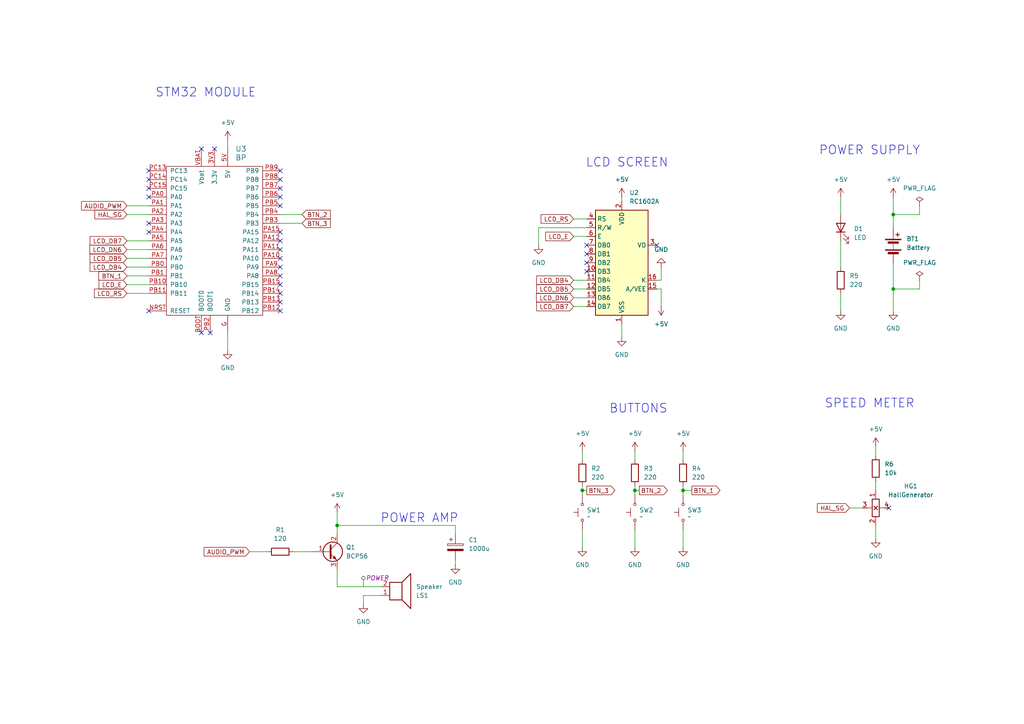
<source format=kicad_sch>
(kicad_sch (version 20231120) (generator "eeschema") (generator_version "8.0")
  (paper "A4")
  (lib_symbols
    (symbol "Device:Battery" (pin_numbers hide) (pin_names (offset 0) hide)
      (property "Reference" "BT" (at 2.54 2.54 0))
      (property "Value" "Battery" (at 2.54 0 0))
      (symbol "Battery_0_1"
        (rectangle (start -2.286 -1.27) (end 2.286 -1.524) (fill (type outline)))
        (rectangle (start -2.286 1.778) (end 2.286 1.524) (fill (type outline)))
        (rectangle (start -1.524 -2.032) (end 1.524 -2.54) (fill (type outline)))
        (rectangle (start -1.524 1.016) (end 1.524 0.508) (fill (type outline)))
        (polyline (pts (xy 0 -1.016) (xy 0 -0.762)))
        (polyline (pts (xy 0 -0.508) (xy 0 -0.254)))
        (polyline (pts (xy 0 0) (xy 0 0.254)))
        (polyline (pts (xy 0 1.778) (xy 0 2.54)))
        (polyline (pts (xy 0.762 3.048) (xy 1.778 3.048)) (stroke (width 0.254)))
        (polyline (pts (xy 1.27 3.556) (xy 1.27 2.54)) (stroke (width 0.254)))
      )
      (symbol "Battery_1_1"
        (pin passive line (at 0 5.08 270) (length 2.54) (name "+") (number "1"))
        (pin passive line (at 0 -5.08 90) (length 2.54) (name "-") (number "2"))
      )
    )
    (symbol "Device:C_Polarized" (pin_numbers hide) (pin_names (offset 0.254))
      (property "Reference" "C" (at 0.635 2.54 0))
      (property "Value" "C_Polarized" (at 0.635 -2.54 0))
      (symbol "C_Polarized_0_1"
        (rectangle (start -2.286 0.508) (end 2.286 1.016))
        (polyline (pts (xy -1.778 2.286) (xy -0.762 2.286)))
        (polyline (pts (xy -1.27 2.794) (xy -1.27 1.778)))
        (rectangle (start 2.286 -0.508) (end -2.286 -1.016) (fill (type outline)))
      )
      (symbol "C_Polarized_1_1"
        (pin passive line (at 0 3.81 270) (length 2.794) (name "~") (number "1"))
        (pin passive line (at 0 -3.81 90) (length 2.794) (name "~") (number "2"))
      )
    )
    (symbol "Device:HallGenerator" (pin_names (offset 0) hide)
      (property "Reference" "HG" (at 2.54 4.445 0))
      (property "Value" "HallGenerator" (at 2.54 2.54 0))
      (symbol "HallGenerator_0_1"
        (rectangle (start -1.016 2.54) (end 1.016 -2.54) (stroke (width 0.254)))
        (polyline (pts (xy -1.016 0) (xy -2.54 0)))
        (polyline (pts (xy -0.508 -0.508) (xy 0.508 0.508)) (stroke (width 0.254)))
        (polyline (pts (xy -0.508 0.508) (xy 0.508 -0.508)) (stroke (width 0.254)))
        (polyline (pts (xy 1.016 0) (xy 2.54 0)))
      )
      (symbol "HallGenerator_1_1"
        (pin passive line (at 0 5.08 270) (length 2.54) (name "U1") (number "1"))
        (pin passive line (at 0 -5.08 90) (length 2.54) (name "U2") (number "2"))
        (pin passive line (at -3.81 0 0) (length 1.27) (name "UH1") (number "3"))
        (pin passive line (at 3.81 0 180) (length 1.27) (name "UH2") (number "4"))
      )
    )
    (symbol "Device:LED" (pin_numbers hide) (pin_names (offset 1.016) hide)
      (property "Reference" "D" (at 0 2.54 0))
      (property "Value" "LED" (at 0 -2.54 0))
      (symbol "LED_0_1"
        (polyline (pts (xy -1.27 -1.27) (xy -1.27 1.27)) (stroke (width 0.254)))
        (polyline (pts (xy -1.27 0) (xy 1.27 0)))
        (polyline (pts (xy 1.27 -1.27) (xy 1.27 1.27) (xy -1.27 0) (xy 1.27 -1.27)) (stroke (width 0.254)))
        (polyline (pts (xy -3.048 -0.762) (xy -4.572 -2.286) (xy -3.81 -2.286) (xy -4.572 -2.286) (xy -4.572 -1.524)))
        (polyline (pts (xy -1.778 -0.762) (xy -3.302 -2.286) (xy -2.54 -2.286) (xy -3.302 -2.286) (xy -3.302 -1.524)))
      )
      (symbol "LED_1_1"
        (pin passive line (at -3.81 0 0) (length 2.54) (name "K") (number "1"))
        (pin passive line (at 3.81 0 180) (length 2.54) (name "A") (number "2"))
      )
    )
    (symbol "Device:R" (pin_numbers hide) (pin_names (offset 0))
      (property "Reference" "R" (at 2.032 0 90))
      (property "Value" "R" (at 0 0 90))
      (symbol "R_0_1"
        (rectangle (start -1.016 -2.54) (end 1.016 2.54) (stroke (width 0.254)))
      )
      (symbol "R_1_1"
        (pin passive line (at 0 3.81 270) (length 1.27) (name "~") (number "1"))
        (pin passive line (at 0 -3.81 90) (length 1.27) (name "~") (number "2"))
      )
    )
    (symbol "Device:Speaker" (pin_names (offset 0) hide)
      (property "Reference" "LS" (at 1.27 5.715 0))
      (property "Value" "Speaker" (at 1.27 3.81 0))
      (symbol "Speaker_0_0"
        (rectangle (start -2.54 1.27) (end 1.016 -3.81) (stroke (width 0.254)))
        (polyline (pts (xy 1.016 1.27) (xy 3.556 3.81) (xy 3.556 -6.35) (xy 1.016 -3.81)) (stroke (width 0.254)))
      )
      (symbol "Speaker_1_1"
        (pin input line (at -5.08 0 0) (length 2.54) (name "1") (number "1"))
        (pin input line (at -5.08 -2.54 0) (length 2.54) (name "2") (number "2"))
      )
    )
    (symbol "Display_Character:RC1602A"
      (property "Reference" "U" (at -6.35 16.51 0))
      (property "Value" "RC1602A" (at 2.794 16.51 0))
      (symbol "RC1602A_0_1"
        (rectangle (start -7.62 15.24) (end 7.62 -15.24) (stroke (width 0.254)) (fill (type background)))
      )
      (symbol "RC1602A_1_1"
        (pin power_in line (at 0 -17.78 90) (length 2.54) (name "VSS") (number "1"))
        (pin bidirectional line (at -10.16 -2.54 0) (length 2.54) (name "DB3") (number "10"))
        (pin bidirectional line (at -10.16 -5.08 0) (length 2.54) (name "DB4") (number "11"))
        (pin bidirectional line (at -10.16 -7.62 0) (length 2.54) (name "DB5") (number "12"))
        (pin bidirectional line (at -10.16 -10.16 0) (length 2.54) (name "DB6") (number "13"))
        (pin bidirectional line (at -10.16 -12.7 0) (length 2.54) (name "DB7") (number "14"))
        (pin power_in line (at 10.16 -7.62 180) (length 2.54) (name "A/VEE") (number "15"))
        (pin power_in line (at 10.16 -5.08 180) (length 2.54) (name "K") (number "16"))
        (pin power_in line (at 0 17.78 270) (length 2.54) (name "VDD") (number "2"))
        (pin power_in line (at 10.16 5.08 180) (length 2.54) (name "VO") (number "3"))
        (pin input line (at -10.16 12.7 0) (length 2.54) (name "RS") (number "4"))
        (pin input line (at -10.16 10.16 0) (length 2.54) (name "R/W") (number "5"))
        (pin input line (at -10.16 7.62 0) (length 2.54) (name "E") (number "6"))
        (pin bidirectional line (at -10.16 5.08 0) (length 2.54) (name "DB0") (number "7"))
        (pin bidirectional line (at -10.16 2.54 0) (length 2.54) (name "DB1") (number "8"))
        (pin bidirectional line (at -10.16 0 0) (length 2.54) (name "DB2") (number "9"))
      )
    )
    (symbol "STM32_Bluepill:BP" (pin_names (offset 1.016))
      (property "Reference" "U" (at -12.7 22.86 0))
      (property "Value" "BP" (at 7.62 -24.13 0))
      (symbol "BP_0_1"
        (rectangle (start -13.97 21.59) (end 13.97 -21.59))
      )
      (symbol "BP_1_1"
        (pin power_out line (at 0 26.67 270) (length 5.08) (name "3.3V") (number "3V3"))
        (pin power_out line (at 3.81 26.67 270) (length 5.08) (name "5V") (number "5V"))
        (pin input line (at -3.81 -26.67 90) (length 5.08) (name "BOOT0") (number "BOOT"))
        (pin power_out line (at 3.81 -26.67 90) (length 5.08) (name "GND") (number "G"))
        (pin input line (at -19.05 -20.32 0) (length 5.08) (name "RESET") (number "NRST"))
        (pin bidirectional line (at -19.05 12.7 0) (length 5.08) (name "PA0") (number "PA0"))
        (pin bidirectional line (at -19.05 10.16 0) (length 5.08) (name "PA1") (number "PA1"))
        (pin bidirectional line (at 19.05 -5.08 180) (length 5.08) (name "PA10") (number "PA10"))
        (pin bidirectional line (at 19.05 -2.54 180) (length 5.08) (name "PA11") (number "PA11"))
        (pin bidirectional line (at 19.05 0 180) (length 5.08) (name "PA12") (number "PA12"))
        (pin bidirectional line (at 19.05 2.54 180) (length 5.08) (name "PA15") (number "PA15"))
        (pin bidirectional line (at -19.05 7.62 0) (length 5.08) (name "PA2") (number "PA2"))
        (pin bidirectional line (at -19.05 5.08 0) (length 5.08) (name "PA3") (number "PA3"))
        (pin bidirectional line (at -19.05 2.54 0) (length 5.08) (name "PA4") (number "PA4"))
        (pin bidirectional line (at -19.05 0 0) (length 5.08) (name "PA5") (number "PA5"))
        (pin bidirectional line (at -19.05 -2.54 0) (length 5.08) (name "PA6") (number "PA6"))
        (pin bidirectional line (at -19.05 -5.08 0) (length 5.08) (name "PA7") (number "PA7"))
        (pin bidirectional line (at 19.05 -10.16 180) (length 5.08) (name "PA8") (number "PA8"))
        (pin bidirectional line (at 19.05 -7.62 180) (length 5.08) (name "PA9") (number "PA9"))
        (pin bidirectional line (at -19.05 -7.62 0) (length 5.08) (name "PB0") (number "PB0"))
        (pin bidirectional line (at -19.05 -10.16 0) (length 5.08) (name "PB1") (number "PB1"))
        (pin bidirectional line (at -19.05 -12.7 0) (length 5.08) (name "PB10") (number "PB10"))
        (pin bidirectional line (at -19.05 -15.24 0) (length 5.08) (name "PB11") (number "PB11"))
        (pin bidirectional line (at 19.05 -20.32 180) (length 5.08) (name "PB12") (number "PB12"))
        (pin bidirectional line (at 19.05 -17.78 180) (length 5.08) (name "PB13") (number "PB13"))
        (pin bidirectional line (at 19.05 -15.24 180) (length 5.08) (name "PB14") (number "PB14"))
        (pin bidirectional line (at 19.05 -12.7 180) (length 5.08) (name "PB15") (number "PB15"))
        (pin input line (at -1.27 -26.67 90) (length 5.08) (name "BOOT1") (number "PB2"))
        (pin bidirectional line (at 19.05 5.08 180) (length 5.08) (name "PB3") (number "PB3"))
        (pin bidirectional line (at 19.05 7.62 180) (length 5.08) (name "PB4") (number "PB4"))
        (pin bidirectional line (at 19.05 10.16 180) (length 5.08) (name "PB5") (number "PB5"))
        (pin bidirectional line (at 19.05 12.7 180) (length 5.08) (name "PB6") (number "PB6"))
        (pin bidirectional line (at 19.05 15.24 180) (length 5.08) (name "PB7") (number "PB7"))
        (pin bidirectional line (at 19.05 17.78 180) (length 5.08) (name "PB8") (number "PB8"))
        (pin bidirectional line (at 19.05 20.32 180) (length 5.08) (name "PB9") (number "PB9"))
        (pin bidirectional line (at -19.05 20.32 0) (length 5.08) (name "PC13") (number "PC13"))
        (pin bidirectional line (at -19.05 17.78 0) (length 5.08) (name "PC14") (number "PC14"))
        (pin bidirectional line (at -19.05 15.24 0) (length 5.08) (name "PC15") (number "PC15"))
        (pin power_in line (at -3.81 26.67 270) (length 5.08) (name "Vbat") (number "VBAT"))
      )
    )
    (symbol "Transistor_BJT:BCP56" (pin_names (offset 0) hide)
      (property "Reference" "Q1" (at 5.08 1.2701 0))
      (property "Value" "BCP56" (at 5.08 -1.2699 0))
      (symbol "BCP56_0_1"
        (polyline (pts (xy 0.635 0.635) (xy 2.54 2.54)))
        (polyline (pts (xy 0.635 -0.635) (xy 2.54 -2.54) (xy 2.54 -2.54)))
        (polyline (pts (xy 0.635 1.905) (xy 0.635 -1.905) (xy 0.635 -1.905)) (stroke (width 0.508)))
        (polyline (pts (xy 1.27 -1.778) (xy 1.778 -1.27) (xy 2.286 -2.286) (xy 1.27 -1.778) (xy 1.27 -1.778)) (fill (type outline)))
        (circle (center 1.27 0) (radius 2.8194) (stroke (width 0.254)))
      )
      (symbol "BCP56_1_1"
        (pin input line (at -5.08 0 0) (length 5.715) (name "B") (number "1"))
        (pin passive line (at 2.54 5.08 270) (length 2.54) (name "C") (number "2"))
        (pin passive line (at 2.54 -5.08 90) (length 2.54) (name "E") (number "3"))
      )
    )
    (symbol "kurs_pcb1_sym:SWITCH" (pin_numbers hide) (pin_names hide)
      (property "Reference" "SW" (at 0.254 2.54 0))
      (symbol "SWITCH_0_1"
        (circle (center -2.286 0) (radius 0.3592))
        (polyline (pts (xy -1.27 1.27) (xy 1.27 1.27)))
        (polyline (pts (xy 0 1.27) (xy 0 2.54) (xy 0 1.27)))
        (circle (center 2.286 0) (radius 0.3592))
      )
      (symbol "SWITCH_1_1"
        (pin passive line (at -5.08 0 0) (length 2.54) (name "A") (number "1"))
        (pin passive line (at 5.08 0 180) (length 2.54) (name "B") (number "2"))
      )
    )
    (symbol "power:+5V" (power) (pin_numbers hide) (pin_names (offset 0) hide)
      (property "Value" "+5V" (at 0 3.556 0))
      (symbol "+5V_0_1"
        (polyline (pts (xy -0.762 1.27) (xy 0 2.54)))
        (polyline (pts (xy 0 0) (xy 0 2.54)))
        (polyline (pts (xy 0 2.54) (xy 0.762 1.27)))
      )
      (symbol "+5V_1_1"
        (pin power_in line (at 0 0 90) (length 0) (name "~") (number "1"))
      )
    )
    (symbol "power:GND" (power) (pin_numbers hide) (pin_names (offset 0) hide)
      (property "Value" "GND" (at 0 -3.81 0))
      (symbol "GND_0_1"
        (polyline (pts (xy 0 0) (xy 0 -1.27) (xy 1.27 -1.27) (xy 0 -2.54) (xy -1.27 -1.27) (xy 0 -1.27)))
      )
      (symbol "GND_1_1"
        (pin power_in line (at 0 0 270) (length 0) (name "~") (number "1"))
      )
    )
    (symbol "power:PWR_FLAG" (power) (pin_numbers hide) (pin_names (offset 0) hide)
      (property "Value" "PWR_FLAG" (at 0 3.81 0))
      (symbol "PWR_FLAG_0_0"
        (pin power_out line (at 0 0 90) (length 0) (name "~") (number "1"))
      )
      (symbol "PWR_FLAG_0_1"
        (polyline (pts (xy 0 0) (xy 0 1.27) (xy -1.016 1.905) (xy 0 2.54) (xy 1.016 1.905) (xy 0 1.27)))
      )
    )
  )
  (junction (at 168.91 142.24))
  (junction (at 259.08 62.23))
  (junction (at 97.79 152.4))
  (junction (at 259.08 83.82))
  (junction (at 198.12 142.24))
  (junction (at 184.15 142.24))
  (no_connect (at 60.96 96.52))
  (no_connect (at 81.28 82.55))
  (no_connect (at 81.28 67.31))
  (no_connect (at 170.18 78.74))
  (no_connect (at 58.42 96.52))
  (no_connect (at 43.18 49.53))
  (no_connect (at 81.28 69.85))
  (no_connect (at 43.18 52.07))
  (no_connect (at 81.28 54.61))
  (no_connect (at 43.18 64.77))
  (no_connect (at 170.18 76.2))
  (no_connect (at 257.81 147.32))
  (no_connect (at 62.23 43.18))
  (no_connect (at 170.18 71.12))
  (no_connect (at 81.28 85.09))
  (no_connect (at 43.18 54.61))
  (no_connect (at 81.28 80.01))
  (no_connect (at 43.18 67.31))
  (no_connect (at 190.5 71.12))
  (no_connect (at 43.18 90.17))
  (no_connect (at 81.28 72.39))
  (no_connect (at 81.28 77.47))
  (no_connect (at 170.18 73.66))
  (no_connect (at 81.28 52.07))
  (no_connect (at 81.28 59.69))
  (no_connect (at 81.28 74.93))
  (no_connect (at 58.42 43.18))
  (no_connect (at 43.18 57.15))
  (no_connect (at 81.28 90.17))
  (no_connect (at 81.28 87.63))
  (no_connect (at 81.28 49.53))
  (no_connect (at 81.28 57.15))
  (wire (pts (xy 198.12 153.67) (xy 198.12 158.75)))
  (wire (pts (xy 36.83 62.23) (xy 43.18 62.23)))
  (wire (pts (xy 85.09 160.02) (xy 90.17 160.02)))
  (wire (pts (xy 180.34 58.42) (xy 180.34 57.15)))
  (wire (pts (xy 132.08 152.4) (xy 97.79 152.4)))
  (wire (pts (xy 36.83 77.47) (xy 43.18 77.47)))
  (wire (pts (xy 180.34 93.98) (xy 180.34 97.79)))
  (wire (pts (xy 184.15 142.24) (xy 185.42 142.24)))
  (wire (pts (xy 87.63 62.23) (xy 81.28 62.23)))
  (wire (pts (xy 191.77 83.82) (xy 191.77 88.9)))
  (wire (pts (xy 190.5 83.82) (xy 191.77 83.82)))
  (wire (pts (xy 243.84 85.09) (xy 243.84 90.17)))
  (wire (pts (xy 36.83 74.93) (xy 43.18 74.93)))
  (wire (pts (xy 168.91 130.81) (xy 168.91 133.35)))
  (wire (pts (xy 259.08 76.2) (xy 259.08 83.82)))
  (wire (pts (xy 266.7 81.28) (xy 266.7 83.82)))
  (wire (pts (xy 259.08 57.15) (xy 259.08 62.23)))
  (wire (pts (xy 166.37 86.36) (xy 170.18 86.36)))
  (wire (pts (xy 66.04 96.52) (xy 66.04 101.6)))
  (wire (pts (xy 168.91 142.24) (xy 170.18 142.24)))
  (wire (pts (xy 243.84 57.15) (xy 243.84 62.23)))
  (wire (pts (xy 166.37 88.9) (xy 170.18 88.9)))
  (wire (pts (xy 254 152.4) (xy 254 156.21)))
  (wire (pts (xy 168.91 142.24) (xy 168.91 143.51)))
  (wire (pts (xy 166.37 68.58) (xy 170.18 68.58)))
  (wire (pts (xy 254 139.7) (xy 254 142.24)))
  (wire (pts (xy 259.08 62.23) (xy 259.08 66.04)))
  (wire (pts (xy 184.15 142.24) (xy 184.15 143.51)))
  (wire (pts (xy 170.18 66.04) (xy 156.21 66.04)))
  (wire (pts (xy 259.08 83.82) (xy 266.7 83.82)))
  (wire (pts (xy 254 129.54) (xy 254 132.08)))
  (wire (pts (xy 259.08 83.82) (xy 259.08 90.17)))
  (wire (pts (xy 132.08 162.56) (xy 132.08 163.83)))
  (wire (pts (xy 168.91 140.97) (xy 168.91 142.24)))
  (wire (pts (xy 166.37 81.28) (xy 170.18 81.28)))
  (wire (pts (xy 168.91 153.67) (xy 168.91 158.75)))
  (wire (pts (xy 184.15 130.81) (xy 184.15 133.35)))
  (wire (pts (xy 97.79 165.1) (xy 97.79 170.18)))
  (wire (pts (xy 36.83 82.55) (xy 43.18 82.55)))
  (wire (pts (xy 36.83 85.09) (xy 43.18 85.09)))
  (wire (pts (xy 166.37 83.82) (xy 170.18 83.82)))
  (wire (pts (xy 156.21 66.04) (xy 156.21 71.12)))
  (wire (pts (xy 105.41 172.72) (xy 105.41 175.26)))
  (wire (pts (xy 184.15 140.97) (xy 184.15 142.24)))
  (wire (pts (xy 110.49 172.72) (xy 105.41 172.72)))
  (wire (pts (xy 191.77 81.28) (xy 191.77 77.47)))
  (wire (pts (xy 246.38 147.32) (xy 250.19 147.32)))
  (wire (pts (xy 97.79 152.4) (xy 97.79 154.94)))
  (wire (pts (xy 198.12 142.24) (xy 200.66 142.24)))
  (wire (pts (xy 198.12 130.81) (xy 198.12 133.35)))
  (wire (pts (xy 36.83 69.85) (xy 43.18 69.85)))
  (wire (pts (xy 66.04 40.64) (xy 66.04 43.18)))
  (wire (pts (xy 198.12 142.24) (xy 198.12 143.51)))
  (wire (pts (xy 184.15 153.67) (xy 184.15 158.75)))
  (wire (pts (xy 243.84 69.85) (xy 243.84 77.47)))
  (wire (pts (xy 36.83 59.69) (xy 43.18 59.69)))
  (wire (pts (xy 81.28 64.77) (xy 87.63 64.77)))
  (wire (pts (xy 259.08 62.23) (xy 266.7 62.23)))
  (wire (pts (xy 36.83 72.39) (xy 43.18 72.39)))
  (wire (pts (xy 132.08 152.4) (xy 132.08 154.94)))
  (wire (pts (xy 198.12 140.97) (xy 198.12 142.24)))
  (wire (pts (xy 97.79 170.18) (xy 110.49 170.18)))
  (wire (pts (xy 97.79 148.59) (xy 97.79 152.4)))
  (wire (pts (xy 190.5 81.28) (xy 191.77 81.28)))
  (wire (pts (xy 72.39 160.02) (xy 77.47 160.02)))
  (wire (pts (xy 36.83 80.01) (xy 43.18 80.01)))
  (wire (pts (xy 166.37 63.5) (xy 170.18 63.5)))
  (wire (pts (xy 266.7 59.69) (xy 266.7 62.23)))
  (text "POWER AMP\n" (at 121.666 150.368 0) (effects (font (size 2.54 2.54))))
  (text "POWER SUPPLY" (at 252.222 43.688 0) (effects (font (size 2.54 2.54))))
  (text "BUTTONS\n\n" (at 185.166 120.65 0) (effects (font (size 2.54 2.54))))
  (text "LCD SCREEN" (at 181.864 47.244 0) (effects (font (size 2.54 2.54))))
  (text "STM32 MODULE" (at 59.69 26.924 0) (effects (font (size 2.54 2.54))))
  (text "SPEED METER\n" (at 252.222 117.094 0) (effects (font (size 2.54 2.54))))
  (global_label "AUDIO_PWM" (shape input) (at 72.39 160.02 180) (property "Intersheetrefs" "${INTERSHEET_REFS}" (effects (hide yes))))
  (global_label "LCD_DN6" (shape input) (at 36.83 72.39 180) (property "Intersheetrefs" "${INTERSHEET_REFS}" (effects (hide yes))))
  (global_label "LCD_DB4" (shape input) (at 36.83 77.47 180) (property "Intersheetrefs" "${INTERSHEET_REFS}" (effects (hide yes))))
  (global_label "LCD_DB4" (shape input) (at 166.37 81.28 180) (property "Intersheetrefs" "${INTERSHEET_REFS}" (effects (hide yes))))
  (global_label "HAL_SG" (shape input) (at 246.38 147.32 180) (property "Intersheetrefs" "${INTERSHEET_REFS}" (effects (hide yes))))
  (global_label "BTN_2" (shape output) (at 185.42 142.24 0) (property "Intersheetrefs" "${INTERSHEET_REFS}" (effects (hide yes))))
  (global_label "BTN_1" (shape input) (at 36.83 80.01 180) (property "Intersheetrefs" "${INTERSHEET_REFS}" (effects (hide yes))))
  (global_label "HAL_SG" (shape input) (at 36.83 62.23 180) (property "Intersheetrefs" "${INTERSHEET_REFS}" (effects (hide yes))))
  (global_label "LCD_DB5" (shape input) (at 36.83 74.93 180) (property "Intersheetrefs" "${INTERSHEET_REFS}" (effects (hide yes))))
  (global_label "LCD_DB7" (shape input) (at 36.83 69.85 180) (property "Intersheetrefs" "${INTERSHEET_REFS}" (effects (hide yes))))
  (global_label "AUDIO_PWM" (shape input) (at 36.83 59.69 180) (property "Intersheetrefs" "${INTERSHEET_REFS}" (effects (hide yes))))
  (global_label "LCD_DN6" (shape input) (at 166.37 86.36 180) (property "Intersheetrefs" "${INTERSHEET_REFS}" (effects (hide yes))))
  (global_label "LCD_RS" (shape input) (at 36.83 85.09 180) (property "Intersheetrefs" "${INTERSHEET_REFS}" (effects (hide yes))))
  (global_label "BTN_2" (shape input) (at 87.63 62.23 0) (property "Intersheetrefs" "${INTERSHEET_REFS}" (effects (hide yes))))
  (global_label "BTN_3" (shape input) (at 87.63 64.77 0) (property "Intersheetrefs" "${INTERSHEET_REFS}" (effects (hide yes))))
  (global_label "LCD_DB5" (shape input) (at 166.37 83.82 180) (property "Intersheetrefs" "${INTERSHEET_REFS}" (effects (hide yes))))
  (global_label "LCD_RS" (shape input) (at 166.37 63.5 180) (property "Intersheetrefs" "${INTERSHEET_REFS}" (effects (hide yes))))
  (global_label "LCD_E" (shape input) (at 36.83 82.55 180) (property "Intersheetrefs" "${INTERSHEET_REFS}" (effects (hide yes))))
  (global_label "LCD_E" (shape input) (at 166.37 68.58 180) (property "Intersheetrefs" "${INTERSHEET_REFS}" (effects (hide yes))))
  (global_label "BTN_1" (shape output) (at 200.66 142.24 0) (property "Intersheetrefs" "${INTERSHEET_REFS}" (effects (hide yes))))
  (global_label "LCD_DB7" (shape input) (at 166.37 88.9 180) (property "Intersheetrefs" "${INTERSHEET_REFS}" (effects (hide yes))))
  (global_label "BTN_3" (shape output) (at 170.18 142.24 0) (property "Intersheetrefs" "${INTERSHEET_REFS}" (effects (hide yes))))
  (netclass_flag "" (length 2.54) (shape round) (at 105.41 170.18 0) (property "Netclass" "POWER" (at 106.1085 167.64 0) (effects (font (italic yes)) (justify left))))
  (symbol (lib_id "Device:R") (at 254 135.89 0) (unit 1)
    (property "Reference" "R6" (at 256.54 134.6199 0) (effects (justify left)))
    (property "Value" "10k" (at 256.54 137.1599 0) (effects (justify left)))
    (property "Footprint" "Resistor_SMD:R_0805_2012Metric_Pad1.20x1.40mm_HandSolder" (effects (hide yes)))
    (property "Description" "Resistor" (effects (hide yes)))
  )
  (symbol (lib_id "power:+5V") (at 243.84 57.15 0) (unit 1)
    (property "Reference" "#PWR017" (effects (hide yes)))
    (property "Value" "+5V" (at 243.84 52.07 0))
    (property "Description" "Power symbol creates a global label with name \"+5V\"" (effects (hide yes)))
  )
  (symbol (lib_id "power:+5V") (at 180.34 57.15 0) (unit 1)
    (property "Reference" "#PWR09" (effects (hide yes)))
    (property "Value" "+5V" (at 180.34 52.07 0))
    (property "Description" "Power symbol creates a global label with name \"+5V\"" (effects (hide yes)))
  )
  (symbol (lib_id "power:GND") (at 243.84 90.17 0) (unit 1)
    (property "Reference" "#PWR018" (effects (hide yes)))
    (property "Value" "GND" (at 243.84 95.25 0))
    (property "Description" "Power symbol creates a global label with name \"GND\" , ground" (effects (hide yes)))
  )
  (symbol (lib_id "power:GND") (at 184.15 158.75 0) (unit 1)
    (property "Reference" "#PWR012" (effects (hide yes)))
    (property "Value" "GND" (at 184.15 163.83 0))
    (property "Description" "Power symbol creates a global label with name \"GND\" , ground" (effects (hide yes)))
  )
  (symbol (lib_id "Device:R") (at 81.28 160.02 90) (unit 1)
    (property "Reference" "R1" (at 81.28 153.67 90))
    (property "Value" "120" (at 81.28 156.21 90))
    (property "Footprint" "Resistor_SMD:R_0805_2012Metric_Pad1.20x1.40mm_HandSolder" (effects (hide yes)))
    (property "Description" "Resistor" (effects (hide yes)))
  )
  (symbol (lib_id "kurs_pcb1_sym:SWITCH") (at 168.91 148.59 90) (unit 1)
    (property "Reference" "SW1" (at 170.18 147.9549 90) (effects (justify right)))
    (property "Value" "~" (at 170.18 149.86 90) (effects (justify right)))
    (property "Footprint" "Button_Switch_THT:SW_PUSH_6mm_H8mm" (effects (hide yes)))
  )
  (symbol (lib_id "power:GND") (at 259.08 90.17 0) (unit 1)
    (property "Reference" "#PWR022" (effects (hide yes)))
    (property "Value" "GND" (at 259.08 95.25 0))
    (property "Description" "Power symbol creates a global label with name \"GND\" , ground" (effects (hide yes)))
  )
  (symbol (lib_id "power:GND") (at 156.21 71.12 0) (unit 1)
    (property "Reference" "#PWR06" (effects (hide yes)))
    (property "Value" "GND" (at 156.21 76.2 0))
    (property "Description" "Power symbol creates a global label with name \"GND\" , ground" (effects (hide yes)))
  )
  (symbol (lib_id "Device:Speaker") (at 115.57 172.72 0) (mirror x) (unit 1)
    (property "Reference" "LS1" (at 120.65 172.7201 0) (effects (justify left)))
    (property "Value" "Speaker" (at 120.65 170.1801 0) (effects (justify left)))
    (property "Footprint" "TerminalBlock:TerminalBlock_Altech_AK300-2_P5.00mm" (effects (hide yes)))
    (property "Description" "Speaker" (effects (hide yes)))
  )
  (symbol (lib_id "power:PWR_FLAG") (at 266.7 81.28 0) (unit 1)
    (property "Reference" "#FLG02" (effects (hide yes)))
    (property "Value" "PWR_FLAG" (at 266.7 76.2 0))
    (property "Description" "Special symbol for telling ERC where power comes from" (effects (hide yes)))
  )
  (symbol (lib_id "power:+5V") (at 97.79 148.59 0) (unit 1)
    (property "Reference" "#PWR03" (effects (hide yes)))
    (property "Value" "+5V" (at 97.79 143.51 0))
    (property "Description" "Power symbol creates a global label with name \"+5V\"" (effects (hide yes)))
  )
  (symbol (lib_id "Transistor_BJT:BCP56") (at 95.25 160.02 0) (unit 1)
    (property "Reference" "Q1" (at 100.33 158.7499 0) (effects (justify left)))
    (property "Value" "BCP56" (at 100.33 161.2899 0) (effects (justify left)))
    (property "Footprint" "Package_TO_SOT_SMD:SOT-223-3_TabPin2" (effects (hide yes)))
    (property "Datasheet" "https://www.nxp.com/docs/en/data-sheet/BCP56_BCX56_BC56PA.pdf" (effects (hide yes)))
    (property "Description" "1A Ic, 80V Vce, NPN Medium Power Transistor, SOT-223" (effects (hide yes)))
  )
  (symbol (lib_id "power:PWR_FLAG") (at 266.7 59.69 0) (unit 1)
    (property "Reference" "#FLG01" (effects (hide yes)))
    (property "Value" "PWR_FLAG" (at 266.7 54.61 0))
    (property "Description" "Special symbol for telling ERC where power comes from" (effects (hide yes)))
  )
  (symbol (lib_id "power:GND") (at 105.41 175.26 0) (unit 1)
    (property "Reference" "#PWR04" (effects (hide yes)))
    (property "Value" "GND" (at 105.41 180.34 0))
    (property "Description" "Power symbol creates a global label with name \"GND\" , ground" (effects (hide yes)))
  )
  (symbol (lib_id "Device:R") (at 198.12 137.16 0) (unit 1)
    (property "Reference" "R4" (at 200.66 135.8899 0) (effects (justify left)))
    (property "Value" "220" (at 200.66 138.4299 0) (effects (justify left)))
    (property "Footprint" "Resistor_SMD:R_0805_2012Metric_Pad1.20x1.40mm_HandSolder" (effects (hide yes)))
    (property "Description" "Resistor" (effects (hide yes)))
  )
  (symbol (lib_id "power:GND") (at 191.77 77.47 180) (unit 1)
    (property "Reference" "#PWR013" (effects (hide yes)))
    (property "Value" "GND" (at 191.77 72.39 0))
    (property "Description" "Power symbol creates a global label with name \"GND\" , ground" (effects (hide yes)))
  )
  (symbol (lib_id "kurs_pcb1_sym:SWITCH") (at 198.12 148.59 90) (unit 1)
    (property "Reference" "SW3" (at 199.39 147.9549 90) (effects (justify right)))
    (property "Value" "~" (at 199.39 149.86 90) (effects (justify right)))
    (property "Footprint" "Button_Switch_THT:SW_PUSH_6mm_H5mm" (effects (hide yes)))
  )
  (symbol (lib_id "power:GND") (at 180.34 97.79 0) (unit 1)
    (property "Reference" "#PWR010" (effects (hide yes)))
    (property "Value" "GND" (at 180.34 102.87 0))
    (property "Description" "Power symbol creates a global label with name \"GND\" , ground" (effects (hide yes)))
  )
  (symbol (lib_id "Device:Battery") (at 259.08 71.12 0) (unit 1)
    (property "Reference" "BT1" (at 262.89 69.2784 0) (effects (justify left)))
    (property "Value" "Battery" (at 262.89 71.8184 0) (effects (justify left)))
    (property "Footprint" "TerminalBlock:TerminalBlock_Altech_AK300-2_P5.00mm" (effects (hide yes)))
    (property "Description" "Multiple-cell battery" (effects (hide yes)))
  )
  (symbol (lib_id "power:GND") (at 198.12 158.75 0) (unit 1)
    (property "Reference" "#PWR016" (effects (hide yes)))
    (property "Value" "GND" (at 198.12 163.83 0))
    (property "Description" "Power symbol creates a global label with name \"GND\" , ground" (effects (hide yes)))
  )
  (symbol (lib_id "Device:R") (at 184.15 137.16 0) (unit 1)
    (property "Reference" "R3" (at 186.69 135.8899 0) (effects (justify left)))
    (property "Value" "220" (at 186.69 138.4299 0) (effects (justify left)))
    (property "Footprint" "Resistor_SMD:R_0805_2012Metric_Pad1.20x1.40mm_HandSolder" (effects (hide yes)))
    (property "Description" "Resistor" (effects (hide yes)))
  )
  (symbol (lib_id "STM32_Bluepill:BP") (at 62.23 69.85 0) (unit 1)
    (property "Reference" "U3" (at 68.2341 43.18 0) (effects (font (size 1.524 1.524)) (justify left)))
    (property "Value" "BP" (at 68.2341 45.72 0) (effects (font (size 1.524 1.524)) (justify left)))
    (property "Footprint" "blue-pill-kicad-master:blue_pill" (effects (hide yes)))
    (property "Datasheet" "https://www.electronicshub.org/getting-started-with-stm32f103c8t6-blue-pill/" (effects (hide yes)))
  )
  (symbol (lib_id "Device:HallGenerator") (at 254 147.32 0) (unit 1)
    (property "Reference" "HG1" (at 264.16 141.0014 0))
    (property "Value" "HallGenerator" (at 264.16 143.5414 0))
    (property "Footprint" "Package_TO_SOT_THT:TO-92Flat" (effects (hide yes)))
    (property "Description" "Hall effect generator" (effects (hide yes)))
  )
  (symbol (lib_id "power:+5V") (at 184.15 130.81 0) (unit 1)
    (property "Reference" "#PWR011" (effects (hide yes)))
    (property "Value" "+5V" (at 184.15 125.73 0))
    (property "Description" "Power symbol creates a global label with name \"+5V\"" (effects (hide yes)))
  )
  (symbol (lib_id "Device:R") (at 243.84 81.28 0) (unit 1)
    (property "Reference" "R5" (at 246.38 80.0099 0) (effects (justify left)))
    (property "Value" "220" (at 246.38 82.5499 0) (effects (justify left)))
    (property "Footprint" "Resistor_SMD:R_0805_2012Metric_Pad1.20x1.40mm_HandSolder" (effects (hide yes)))
    (property "Description" "Resistor" (effects (hide yes)))
  )
  (symbol (lib_id "power:+5V") (at 198.12 130.81 0) (unit 1)
    (property "Reference" "#PWR015" (effects (hide yes)))
    (property "Value" "+5V" (at 198.12 125.73 0))
    (property "Description" "Power symbol creates a global label with name \"+5V\"" (effects (hide yes)))
  )
  (symbol (lib_id "Device:C_Polarized") (at 132.08 158.75 0) (unit 1)
    (property "Reference" "C1" (at 135.89 156.5909 0) (effects (justify left)))
    (property "Value" "1000u" (at 135.89 159.1309 0) (effects (justify left)))
    (property "Footprint" "Capacitor_SMD:CP_Elec_10x10" (effects (hide yes)))
    (property "Description" "Polarized capacitor" (effects (hide yes)))
  )
  (symbol (lib_id "power:GND") (at 254 156.21 0) (unit 1)
    (property "Reference" "#PWR020" (effects (hide yes)))
    (property "Value" "GND" (at 254 161.29 0))
    (property "Description" "Power symbol creates a global label with name \"GND\" , ground" (effects (hide yes)))
  )
  (symbol (lib_id "power:GND") (at 66.04 101.6 0) (unit 1)
    (property "Reference" "#PWR023" (effects (hide yes)))
    (property "Value" "GND" (at 66.04 106.68 0))
    (property "Description" "Power symbol creates a global label with name \"GND\" , ground" (effects (hide yes)))
  )
  (symbol (lib_id "Display_Character:RC1602A") (at 180.34 76.2 0) (unit 1)
    (property "Reference" "U2" (at 182.5341 55.88 0) (effects (justify left)))
    (property "Value" "RC1602A" (at 182.5341 58.42 0) (effects (justify left)))
    (property "Footprint" "Display:RC1602A" (effects (hide yes)))
    (property "Datasheet" "http://www.raystar-optronics.com/down.php?ProID=18" (effects (hide yes)))
    (property "Description" "LCD 16x2 Alphanumeric gray backlight, 3 or 5V VDD" (effects (hide yes)))
  )
  (symbol (lib_id "power:GND") (at 132.08 163.83 0) (unit 1)
    (property "Reference" "#PWR05" (effects (hide yes)))
    (property "Value" "GND" (at 132.08 168.91 0))
    (property "Description" "Power symbol creates a global label with name \"GND\" , ground" (effects (hide yes)))
  )
  (symbol (lib_id "kurs_pcb1_sym:SWITCH") (at 184.15 148.59 90) (unit 1)
    (property "Reference" "SW2" (at 185.42 147.9549 90) (effects (justify right)))
    (property "Value" "~" (at 185.42 149.86 90) (effects (justify right)))
    (property "Footprint" "Button_Switch_THT:SW_PUSH_6mm_H5mm" (effects (hide yes)))
  )
  (symbol (lib_id "Device:LED") (at 243.84 66.04 90) (unit 1)
    (property "Reference" "D1" (at 247.65 66.3574 90) (effects (justify right)))
    (property "Value" "LED" (at 247.65 68.8974 90) (effects (justify right)))
    (property "Footprint" "LED_SMD:LED_0805_2012Metric_Pad1.15x1.40mm_HandSolder" (effects (hide yes)))
    (property "Description" "Light emitting diode" (effects (hide yes)))
  )
  (symbol (lib_id "power:+5V") (at 168.91 130.81 0) (unit 1)
    (property "Reference" "#PWR07" (effects (hide yes)))
    (property "Value" "+5V" (at 168.91 125.73 0))
    (property "Description" "Power symbol creates a global label with name \"+5V\"" (effects (hide yes)))
  )
  (symbol (lib_id "power:GND") (at 168.91 158.75 0) (unit 1)
    (property "Reference" "#PWR08" (effects (hide yes)))
    (property "Value" "GND" (at 168.91 163.83 0))
    (property "Description" "Power symbol creates a global label with name \"GND\" , ground" (effects (hide yes)))
  )
  (symbol (lib_id "power:+5V") (at 66.04 40.64 0) (unit 1)
    (property "Reference" "#PWR024" (effects (hide yes)))
    (property "Value" "+5V" (at 66.04 35.56 0))
    (property "Description" "Power symbol creates a global label with name \"+5V\"" (effects (hide yes)))
  )
  (symbol (lib_id "power:+5V") (at 191.77 88.9 180) (unit 1)
    (property "Reference" "#PWR014" (effects (hide yes)))
    (property "Value" "+5V" (at 191.77 93.98 0))
    (property "Description" "Power symbol creates a global label with name \"+5V\"" (effects (hide yes)))
  )
  (symbol (lib_id "power:+5V") (at 259.08 57.15 0) (unit 1)
    (property "Reference" "#PWR021" (effects (hide yes)))
    (property "Value" "+5V" (at 259.08 52.07 0))
    (property "Description" "Power symbol creates a global label with name \"+5V\"" (effects (hide yes)))
  )
  (symbol (lib_id "Device:R") (at 168.91 137.16 0) (unit 1)
    (property "Reference" "R2" (at 171.45 135.8899 0) (effects (justify left)))
    (property "Value" "220" (at 171.45 138.4299 0) (effects (justify left)))
    (property "Footprint" "Resistor_SMD:R_0805_2012Metric_Pad1.20x1.40mm_HandSolder" (effects (hide yes)))
    (property "Description" "Resistor" (effects (hide yes)))
  )
  (symbol (lib_id "power:+5V") (at 254 129.54 0) (unit 1)
    (property "Reference" "#PWR019" (effects (hide yes)))
    (property "Value" "+5V" (at 254 124.46 0))
    (property "Description" "Power symbol creates a global label with name \"+5V\"" (effects (hide yes)))
  )
)
</source>
